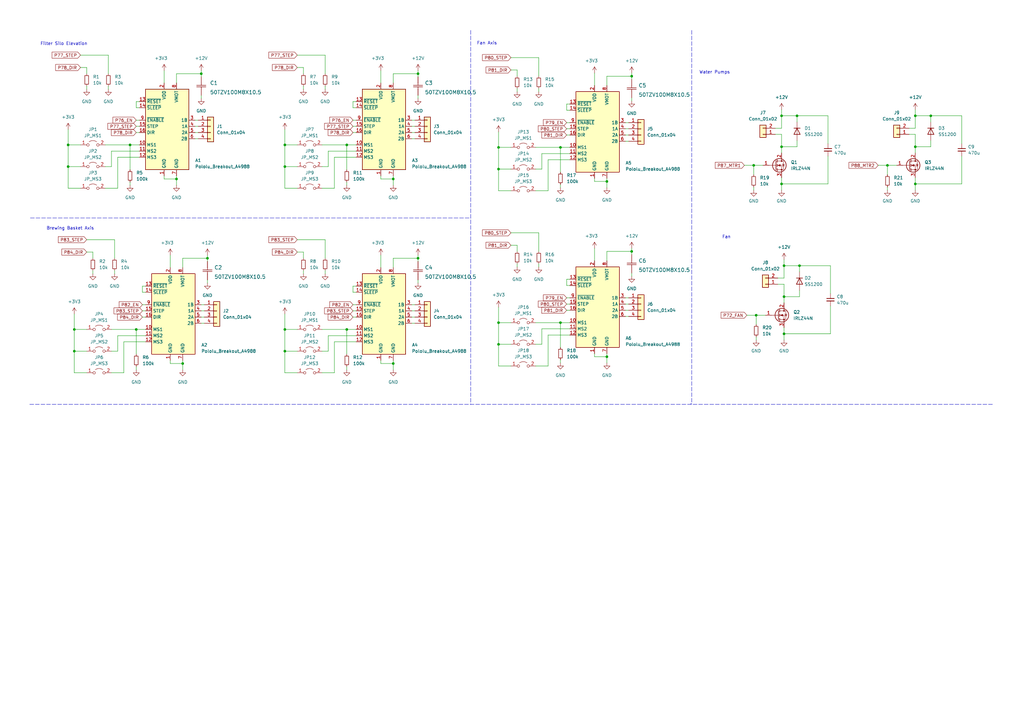
<source format=kicad_sch>
(kicad_sch (version 20211123) (generator eeschema)
  (paper "A3")
  (lib_symbols
    (symbol "2022-02-09_01-18-55:50TZV100M8X10.5" (pin_numbers hide) (pin_names (offset 1.651) hide)
      (property "Reference" "C" (at 3.81 3.81 0))
      (property "Value" "50TZV100M8X10.5" (at 3.81 -7.62 0))
      (symbol "50TZV100M8X10.5_1_1"
        (pin unspecified line (at 0 0 0) (length 2.54) (name "1") (number "1"))
        (pin unspecified line (at 7.62 0 180) (length 2.54) (name "2") (number "2"))
      )
    )
    (symbol "Connector_Generic:Conn_01x02" (pin_names (offset 1.016) hide)
      (property "Reference" "J" (at 0 2.54 0))
      (property "Value" "Conn_01x02" (at 0 -5.08 0))
      (symbol "Conn_01x02_1_1"
        (pin passive line (at -5.08 0 0) (length 3.81) (name "Pin_1") (number "1"))
        (pin passive line (at -5.08 -2.54 0) (length 3.81) (name "Pin_2") (number "2"))
      )
    )
    (symbol "Connector_Generic:Conn_01x04" (pin_names (offset 1.016) hide)
      (property "Reference" "J" (at 0 5.08 0))
      (property "Value" "Conn_01x04" (at 0 -7.62 0))
      (symbol "Conn_01x04_1_1"
        (pin passive line (at -5.08 2.54 0) (length 3.81) (name "Pin_1") (number "1"))
        (pin passive line (at -5.08 0 0) (length 3.81) (name "Pin_2") (number "2"))
        (pin passive line (at -5.08 -2.54 0) (length 3.81) (name "Pin_3") (number "3"))
        (pin passive line (at -5.08 -5.08 0) (length 3.81) (name "Pin_4") (number "4"))
      )
    )
    (symbol "Device:C_Small" (pin_numbers hide) (pin_names (offset 0.254) hide)
      (property "Reference" "C" (at 0.254 1.778 0))
      (property "Value" "C_Small" (at 0.254 -2.032 0))
      (symbol "C_Small_1_1"
        (pin passive line (at 0 2.54 270) (length 2.032) (name "~") (number "1"))
        (pin passive line (at 0 -2.54 90) (length 2.032) (name "~") (number "2"))
      )
    )
    (symbol "Device:R_Small" (pin_numbers hide) (pin_names (offset 0.254) hide)
      (property "Reference" "R" (at 0.762 0.508 0))
      (property "Value" "R_Small" (at 0.762 -1.016 0))
      (symbol "R_Small_1_1"
        (pin passive line (at 0 2.54 270) (length 0.762) (name "~") (number "1"))
        (pin passive line (at 0 -2.54 90) (length 0.762) (name "~") (number "2"))
      )
    )
    (symbol "Diode:1N4007" (pin_numbers hide) (pin_names (offset 1.016) hide)
      (property "Reference" "D" (at 0 2.54 0))
      (property "Value" "1N4007" (at 0 -2.54 0))
      (symbol "1N4007_1_1"
        (pin passive line (at -3.81 0 0) (length 2.54) (name "K") (number "1"))
        (pin passive line (at 3.81 0 180) (length 2.54) (name "A") (number "2"))
      )
    )
    (symbol "Driver_Motor:Pololu_Breakout_A4988"
      (property "Reference" "A" (at -2.54 19.05 0))
      (property "Value" "Pololu_Breakout_A4988" (at -2.54 16.51 0))
      (symbol "Pololu_Breakout_A4988_1_1"
        (pin power_in line (at 0 -20.32 90) (length 2.54) (name "GND") (number "1"))
        (pin input line (at -10.16 -7.62 0) (length 2.54) (name "MS1") (number "10"))
        (pin input line (at -10.16 -10.16 0) (length 2.54) (name "MS2") (number "11"))
        (pin input line (at -10.16 -12.7 0) (length 2.54) (name "MS3") (number "12"))
        (pin input line (at -10.16 10.16 0) (length 2.54) (name "~{RESET}") (number "13"))
        (pin input line (at -10.16 7.62 0) (length 2.54) (name "~{SLEEP}") (number "14"))
        (pin input line (at -10.16 0 0) (length 2.54) (name "STEP") (number "15"))
        (pin input line (at -10.16 -2.54 0) (length 2.54) (name "DIR") (number "16"))
        (pin power_in line (at 0 17.78 270) (length 2.54) (name "VDD") (number "2"))
        (pin output line (at 12.7 2.54 180) (length 2.54) (name "1B") (number "3"))
        (pin output line (at 12.7 0 180) (length 2.54) (name "1A") (number "4"))
        (pin output line (at 12.7 -2.54 180) (length 2.54) (name "2A") (number "5"))
        (pin output line (at 12.7 -5.08 180) (length 2.54) (name "2B") (number "6"))
        (pin power_in line (at 5.08 -20.32 90) (length 2.54) (name "GND") (number "7"))
        (pin power_in line (at 5.08 17.78 270) (length 2.54) (name "VMOT") (number "8"))
        (pin input line (at -10.16 2.54 0) (length 2.54) (name "~{ENABLE}") (number "9"))
      )
    )
    (symbol "Jumper:Jumper_2_Open" (pin_names (offset 0) hide)
      (property "Reference" "JP" (at 0 2.794 0))
      (property "Value" "Jumper_2_Open" (at 0 -2.286 0))
      (symbol "Jumper_2_Open_1_1"
        (pin passive line (at -5.08 0 0) (length 2.54) (name "A") (number "1"))
        (pin passive line (at 5.08 0 180) (length 2.54) (name "B") (number "2"))
      )
    )
    (symbol "Transistor_FET:IRLZ44N" (pin_names hide)
      (property "Reference" "Q" (at 6.35 1.905 0))
      (property "Value" "IRLZ44N" (at 6.35 0 0))
      (symbol "IRLZ44N_1_1"
        (pin input line (at -5.08 0 0) (length 2.54) (name "G") (number "1"))
        (pin passive line (at 2.54 5.08 270) (length 2.54) (name "D") (number "2"))
        (pin passive line (at 2.54 -5.08 90) (length 2.54) (name "S") (number "3"))
      )
    )
    (symbol "power:+12V" (power) (pin_names (offset 0))
      (property "Value" "+12V" (at 0 3.556 0))
      (symbol "+12V_1_1"
        (pin power_in line (at 0 0 90) (length 0) hide (name "+12V") (number "1"))
      )
    )
    (symbol "power:+3.3V" (power) (pin_names (offset 0))
      (property "Value" "+3.3V" (at 0 3.556 0))
      (symbol "+3.3V_1_1"
        (pin power_in line (at 0 0 90) (length 0) hide (name "+3V3") (number "1"))
      )
    )
    (symbol "power:GND" (power) (pin_names (offset 0))
      (property "Value" "GND" (at 0 -3.81 0))
      (symbol "GND_1_1"
        (pin power_in line (at 0 0 270) (length 0) hide (name "GND") (number "1"))
      )
    )
  )
  (junction (at 375.412 47.498))
  (junction (at 85.09 105.918))
  (junction (at 321.564 121.666))
  (junction (at 171.45 105.918))
  (junction (at 82.55 30.226))
  (junction (at 310.134 129.286))
  (junction (at 116.84 135.128))
  (junction (at 320.548 60.198))
  (junction (at 116.84 59.436))
  (junction (at 74.93 149.098))
  (junction (at 259.08 103.124))
  (junction (at 72.39 73.406))
  (junction (at 53.34 59.436))
  (junction (at 381.762 47.498))
  (junction (at 248.92 146.304))
  (junction (at 375.412 60.198))
  (junction (at 321.564 108.966))
  (junction (at 116.84 144.018))
  (junction (at 55.88 135.128))
  (junction (at 248.92 74.422))
  (junction (at 309.118 67.818))
  (junction (at 259.08 31.242))
  (junction (at 171.45 30.226))
  (junction (at 229.87 132.334))
  (junction (at 204.47 60.452))
  (junction (at 327.914 108.966))
  (junction (at 161.29 149.098))
  (junction (at 363.982 67.818))
  (junction (at 161.29 73.406))
  (junction (at 204.47 69.342))
  (junction (at 30.48 144.018))
  (junction (at 320.548 75.438))
  (junction (at 375.412 75.438))
  (junction (at 116.84 68.326))
  (junction (at 142.24 59.436))
  (junction (at 30.48 135.128))
  (junction (at 326.898 47.498))
  (junction (at 27.94 59.436))
  (junction (at 321.564 136.906))
  (junction (at 320.548 47.498))
  (junction (at 204.47 141.224))
  (junction (at 204.47 132.334))
  (junction (at 142.24 135.128))
  (junction (at 27.94 68.326))
  (junction (at 229.87 60.452))
  (wire (pts (xy 232.41 127.254) (xy 233.68 127.254)))
  (wire (pts (xy 80.01 56.896) (xy 81.28 56.896)))
  (wire (pts (xy 232.41 117.094) (xy 233.68 117.094)))
  (wire (pts (xy 168.91 130.048) (xy 170.18 130.048)))
  (wire (pts (xy 124.46 110.998) (xy 124.46 112.268)))
  (wire (pts (xy 220.98 23.622) (xy 220.98 31.242)))
  (wire (pts (xy 116.84 59.436) (xy 121.92 59.436)))
  (wire (pts (xy 375.412 60.198) (xy 375.412 62.738)))
  (wire (pts (xy 363.982 67.818) (xy 363.982 71.628)))
  (wire (pts (xy 72.39 73.406) (xy 72.39 75.946)))
  (wire (pts (xy 30.48 144.018) (xy 30.48 135.128)))
  (wire (pts (xy 204.47 132.334) (xy 209.55 132.334)))
  (wire (pts (xy 27.94 68.326) (xy 33.02 68.326)))
  (wire (pts (xy 339.598 58.928) (xy 339.598 47.498)))
  (wire (pts (xy 222.25 69.342) (xy 219.71 69.342)))
  (wire (pts (xy 204.47 60.452) (xy 204.47 54.102)))
  (wire (pts (xy 321.564 116.586) (xy 321.564 121.666)))
  (wire (pts (xy 372.872 55.118) (xy 375.412 55.118)))
  (wire (pts (xy 204.47 60.452) (xy 209.55 60.452)))
  (wire (pts (xy 209.55 95.504) (xy 220.98 95.504)))
  (wire (pts (xy 35.56 98.298) (xy 46.99 98.298)))
  (wire (pts (xy 58.42 117.348) (xy 58.42 119.888)))
  (wire (pts (xy 82.55 127.508) (xy 83.82 127.508)))
  (wire (pts (xy 229.87 132.334) (xy 233.68 132.334)))
  (wire (pts (xy 394.462 64.008) (xy 394.462 75.438)))
  (wire (pts (xy 53.34 59.436) (xy 57.15 59.436)))
  (wire (pts (xy 375.412 44.958) (xy 375.412 47.498)))
  (wire (pts (xy 121.92 103.378) (xy 124.46 103.378)))
  (wire (pts (xy 35.56 152.908) (xy 30.48 152.908)))
  (wire (pts (xy 232.41 55.372) (xy 233.68 55.372)))
  (wire (pts (xy 72.39 30.226) (xy 82.55 30.226)))
  (wire (pts (xy 27.94 59.436) (xy 27.94 53.086)))
  (polyline (pts (xy 283.21 165.608) (xy 283.718 165.608)))
  (wire (pts (xy 134.62 144.018) (xy 132.08 144.018)))
  (wire (pts (xy 243.84 29.972) (xy 243.84 35.052)))
  (wire (pts (xy 134.62 137.668) (xy 134.62 144.018)))
  (wire (pts (xy 121.92 98.298) (xy 133.35 98.298)))
  (wire (pts (xy 45.72 61.976) (xy 57.15 61.976)))
  (wire (pts (xy 219.71 132.334) (xy 229.87 132.334)))
  (wire (pts (xy 321.564 106.426) (xy 321.564 108.966)))
  (wire (pts (xy 394.462 75.438) (xy 375.412 75.438)))
  (polyline (pts (xy 12.192 165.862) (xy 407.416 165.862)))
  (wire (pts (xy 161.29 30.226) (xy 161.29 34.036)))
  (wire (pts (xy 27.94 59.436) (xy 33.02 59.436)))
  (wire (pts (xy 161.29 149.098) (xy 161.29 151.638)))
  (wire (pts (xy 310.134 129.286) (xy 310.134 133.096)))
  (wire (pts (xy 69.85 149.098) (xy 74.93 149.098)))
  (wire (pts (xy 326.898 50.038) (xy 326.898 47.498)))
  (wire (pts (xy 340.614 120.396) (xy 340.614 108.966)))
  (wire (pts (xy 35.56 103.378) (xy 38.1 103.378)))
  (wire (pts (xy 171.45 104.648) (xy 171.45 105.918)))
  (wire (pts (xy 363.982 76.708) (xy 363.982 77.978)))
  (wire (pts (xy 256.54 52.832) (xy 257.81 52.832)))
  (wire (pts (xy 321.564 136.906) (xy 321.564 139.446)))
  (wire (pts (xy 44.45 35.306) (xy 44.45 36.576)))
  (wire (pts (xy 318.008 52.578) (xy 320.548 52.578)))
  (wire (pts (xy 375.412 47.498) (xy 375.412 52.578)))
  (wire (pts (xy 319.024 114.046) (xy 321.564 114.046)))
  (wire (pts (xy 248.92 74.422) (xy 248.92 76.962)))
  (wire (pts (xy 156.21 104.648) (xy 156.21 109.728)))
  (wire (pts (xy 82.55 130.048) (xy 83.82 130.048)))
  (wire (pts (xy 168.91 127.508) (xy 170.18 127.508)))
  (wire (pts (xy 320.548 55.118) (xy 320.548 60.198)))
  (wire (pts (xy 375.412 75.438) (xy 375.412 77.978)))
  (wire (pts (xy 58.42 124.968) (xy 59.69 124.968)))
  (wire (pts (xy 133.35 110.998) (xy 133.35 112.268)))
  (wire (pts (xy 116.84 135.128) (xy 116.84 128.778)))
  (wire (pts (xy 156.21 149.098) (xy 161.29 149.098)))
  (wire (pts (xy 229.87 132.334) (xy 229.87 142.494)))
  (wire (pts (xy 121.92 22.606) (xy 133.35 22.606)))
  (wire (pts (xy 320.548 60.198) (xy 320.548 62.738)))
  (wire (pts (xy 171.45 114.808) (xy 171.45 116.078)))
  (wire (pts (xy 142.24 150.368) (xy 142.24 151.638)))
  (wire (pts (xy 116.84 152.908) (xy 116.84 144.018)))
  (wire (pts (xy 256.54 50.292) (xy 257.81 50.292)))
  (wire (pts (xy 55.88 41.656) (xy 55.88 44.196)))
  (wire (pts (xy 144.78 130.048) (xy 146.05 130.048)))
  (polyline (pts (xy 283.718 12.446) (xy 283.718 165.608)))
  (wire (pts (xy 121.92 27.686) (xy 124.46 27.686)))
  (wire (pts (xy 327.914 111.506) (xy 327.914 108.966)))
  (wire (pts (xy 310.134 129.286) (xy 313.944 129.286)))
  (wire (pts (xy 144.78 119.888) (xy 146.05 119.888)))
  (wire (pts (xy 259.08 101.854) (xy 259.08 103.124)))
  (wire (pts (xy 327.914 108.966) (xy 340.614 108.966)))
  (wire (pts (xy 132.08 152.908) (xy 137.16 152.908)))
  (wire (pts (xy 171.45 105.918) (xy 171.45 107.188)))
  (wire (pts (xy 116.84 59.436) (xy 116.84 53.086)))
  (wire (pts (xy 121.92 77.216) (xy 116.84 77.216)))
  (wire (pts (xy 243.84 73.152) (xy 243.84 74.422)))
  (wire (pts (xy 38.1 103.378) (xy 38.1 105.918)))
  (wire (pts (xy 50.8 140.208) (xy 50.8 152.908)))
  (wire (pts (xy 43.18 77.216) (xy 48.26 77.216)))
  (wire (pts (xy 58.42 127.508) (xy 59.69 127.508)))
  (wire (pts (xy 256.54 124.714) (xy 257.81 124.714)))
  (wire (pts (xy 85.09 104.648) (xy 85.09 105.918)))
  (wire (pts (xy 212.09 100.584) (xy 212.09 103.124)))
  (wire (pts (xy 161.29 30.226) (xy 171.45 30.226)))
  (wire (pts (xy 326.898 47.498) (xy 339.598 47.498)))
  (wire (pts (xy 144.78 127.508) (xy 146.05 127.508)))
  (wire (pts (xy 116.84 135.128) (xy 121.92 135.128)))
  (wire (pts (xy 80.01 51.816) (xy 81.28 51.816)))
  (wire (pts (xy 69.85 104.648) (xy 69.85 109.728)))
  (wire (pts (xy 55.88 135.128) (xy 55.88 145.288)))
  (wire (pts (xy 229.87 75.692) (xy 229.87 76.962)))
  (wire (pts (xy 224.79 65.532) (xy 233.68 65.532)))
  (wire (pts (xy 256.54 122.174) (xy 257.81 122.174)))
  (wire (pts (xy 204.47 69.342) (xy 209.55 69.342)))
  (wire (pts (xy 204.47 141.224) (xy 209.55 141.224)))
  (wire (pts (xy 144.78 51.816) (xy 146.05 51.816)))
  (wire (pts (xy 85.09 114.808) (xy 85.09 116.078)))
  (wire (pts (xy 72.39 72.136) (xy 72.39 73.406)))
  (wire (pts (xy 132.08 59.436) (xy 142.24 59.436)))
  (wire (pts (xy 381.762 60.198) (xy 375.412 60.198)))
  (wire (pts (xy 222.25 134.874) (xy 233.68 134.874)))
  (wire (pts (xy 310.134 138.176) (xy 310.134 139.446)))
  (wire (pts (xy 204.47 150.114) (xy 204.47 141.224)))
  (wire (pts (xy 256.54 55.372) (xy 257.81 55.372)))
  (wire (pts (xy 38.1 110.998) (xy 38.1 112.268)))
  (wire (pts (xy 256.54 57.912) (xy 257.81 57.912)))
  (wire (pts (xy 124.46 27.686) (xy 124.46 30.226)))
  (wire (pts (xy 321.564 108.966) (xy 321.564 114.046)))
  (wire (pts (xy 161.29 105.918) (xy 171.45 105.918)))
  (wire (pts (xy 168.91 51.816) (xy 170.18 51.816)))
  (wire (pts (xy 224.79 137.414) (xy 224.79 150.114)))
  (wire (pts (xy 243.84 146.304) (xy 248.92 146.304)))
  (wire (pts (xy 74.93 105.918) (xy 85.09 105.918)))
  (wire (pts (xy 48.26 144.018) (xy 45.72 144.018)))
  (wire (pts (xy 339.598 64.008) (xy 339.598 75.438)))
  (wire (pts (xy 209.55 28.702) (xy 212.09 28.702)))
  (wire (pts (xy 232.41 42.672) (xy 232.41 45.212)))
  (wire (pts (xy 161.29 147.828) (xy 161.29 149.098)))
  (wire (pts (xy 116.84 144.018) (xy 121.92 144.018)))
  (wire (pts (xy 320.548 75.438) (xy 320.548 77.978)))
  (wire (pts (xy 381.762 50.038) (xy 381.762 47.498)))
  (wire (pts (xy 27.94 68.326) (xy 27.94 59.436)))
  (wire (pts (xy 134.62 68.326) (xy 132.08 68.326)))
  (wire (pts (xy 243.84 145.034) (xy 243.84 146.304)))
  (wire (pts (xy 204.47 69.342) (xy 204.47 60.452)))
  (wire (pts (xy 142.24 135.128) (xy 146.05 135.128)))
  (wire (pts (xy 259.08 40.132) (xy 259.08 41.402)))
  (wire (pts (xy 116.84 68.326) (xy 121.92 68.326)))
  (wire (pts (xy 30.48 144.018) (xy 35.56 144.018)))
  (wire (pts (xy 222.25 134.874) (xy 222.25 141.224)))
  (wire (pts (xy 132.08 77.216) (xy 137.16 77.216)))
  (wire (pts (xy 134.62 137.668) (xy 146.05 137.668)))
  (wire (pts (xy 219.71 150.114) (xy 224.79 150.114)))
  (wire (pts (xy 132.08 135.128) (xy 142.24 135.128)))
  (wire (pts (xy 326.898 60.198) (xy 320.548 60.198)))
  (wire (pts (xy 55.88 150.368) (xy 55.88 151.638)))
  (wire (pts (xy 46.99 110.998) (xy 46.99 112.268)))
  (wire (pts (xy 248.92 145.034) (xy 248.92 146.304)))
  (wire (pts (xy 48.26 64.516) (xy 48.26 77.216)))
  (wire (pts (xy 67.31 73.406) (xy 72.39 73.406)))
  (wire (pts (xy 137.16 64.516) (xy 137.16 77.216)))
  (wire (pts (xy 55.88 51.816) (xy 57.15 51.816)))
  (wire (pts (xy 55.88 54.356) (xy 57.15 54.356)))
  (wire (pts (xy 309.118 67.818) (xy 312.928 67.818)))
  (wire (pts (xy 171.45 39.116) (xy 171.45 40.386)))
  (wire (pts (xy 116.84 77.216) (xy 116.84 68.326)))
  (wire (pts (xy 381.762 47.498) (xy 394.462 47.498)))
  (wire (pts (xy 124.46 35.306) (xy 124.46 36.576)))
  (wire (pts (xy 248.92 31.242) (xy 248.92 35.052)))
  (wire (pts (xy 327.914 121.666) (xy 321.564 121.666)))
  (wire (pts (xy 224.79 65.532) (xy 224.79 78.232)))
  (wire (pts (xy 57.15 41.656) (xy 55.88 41.656)))
  (wire (pts (xy 30.48 135.128) (xy 35.56 135.128)))
  (wire (pts (xy 58.42 119.888) (xy 59.69 119.888)))
  (wire (pts (xy 67.31 72.136) (xy 67.31 73.406)))
  (wire (pts (xy 209.55 150.114) (xy 204.47 150.114)))
  (wire (pts (xy 156.21 73.406) (xy 161.29 73.406)))
  (wire (pts (xy 144.78 117.348) (xy 144.78 119.888)))
  (wire (pts (xy 360.172 67.818) (xy 363.982 67.818)))
  (wire (pts (xy 248.92 31.242) (xy 259.08 31.242)))
  (wire (pts (xy 222.25 62.992) (xy 222.25 69.342)))
  (wire (pts (xy 142.24 74.676) (xy 142.24 75.946)))
  (wire (pts (xy 204.47 141.224) (xy 204.47 132.334)))
  (wire (pts (xy 327.914 119.126) (xy 327.914 121.666)))
  (wire (pts (xy 209.55 23.622) (xy 220.98 23.622)))
  (wire (pts (xy 171.45 28.956) (xy 171.45 30.226)))
  (wire (pts (xy 229.87 60.452) (xy 233.68 60.452)))
  (wire (pts (xy 45.72 61.976) (xy 45.72 68.326)))
  (wire (pts (xy 248.92 103.124) (xy 259.08 103.124)))
  (wire (pts (xy 243.84 101.854) (xy 243.84 106.934)))
  (wire (pts (xy 168.91 56.896) (xy 170.18 56.896)))
  (wire (pts (xy 319.024 116.586) (xy 321.564 116.586)))
  (wire (pts (xy 58.42 130.048) (xy 59.69 130.048)))
  (wire (pts (xy 59.69 117.348) (xy 58.42 117.348)))
  (wire (pts (xy 233.68 42.672) (xy 232.41 42.672)))
  (wire (pts (xy 375.412 55.118) (xy 375.412 60.198)))
  (wire (pts (xy 142.24 135.128) (xy 142.24 145.288)))
  (wire (pts (xy 224.79 137.414) (xy 233.68 137.414)))
  (wire (pts (xy 45.72 68.326) (xy 43.18 68.326)))
  (polyline (pts (xy 12.446 89.408) (xy 193.04 89.408)))
  (wire (pts (xy 309.118 67.818) (xy 309.118 71.628)))
  (wire (pts (xy 74.93 149.098) (xy 74.93 151.638)))
  (wire (pts (xy 256.54 129.794) (xy 257.81 129.794)))
  (wire (pts (xy 229.87 60.452) (xy 229.87 70.612)))
  (wire (pts (xy 134.62 61.976) (xy 146.05 61.976)))
  (wire (pts (xy 80.01 49.276) (xy 81.28 49.276)))
  (wire (pts (xy 305.308 67.818) (xy 309.118 67.818)))
  (wire (pts (xy 204.47 132.334) (xy 204.47 125.984)))
  (wire (pts (xy 259.08 29.972) (xy 259.08 31.242)))
  (wire (pts (xy 309.118 76.708) (xy 309.118 77.978)))
  (wire (pts (xy 53.34 59.436) (xy 53.34 69.596)))
  (wire (pts (xy 232.41 45.212) (xy 233.68 45.212)))
  (wire (pts (xy 53.34 74.676) (xy 53.34 75.946)))
  (wire (pts (xy 33.02 22.606) (xy 44.45 22.606)))
  (wire (pts (xy 35.56 35.306) (xy 35.56 36.576)))
  (wire (pts (xy 321.564 108.966) (xy 327.914 108.966)))
  (wire (pts (xy 55.88 44.196) (xy 57.15 44.196)))
  (wire (pts (xy 375.412 47.498) (xy 381.762 47.498)))
  (wire (pts (xy 220.98 108.204) (xy 220.98 109.474)))
  (wire (pts (xy 67.31 28.956) (xy 67.31 34.036)))
  (wire (pts (xy 161.29 72.136) (xy 161.29 73.406)))
  (wire (pts (xy 212.09 28.702) (xy 212.09 31.242)))
  (wire (pts (xy 161.29 73.406) (xy 161.29 75.946)))
  (wire (pts (xy 144.78 44.196) (xy 146.05 44.196)))
  (wire (pts (xy 116.84 68.326) (xy 116.84 59.436)))
  (wire (pts (xy 55.88 49.276) (xy 57.15 49.276)))
  (wire (pts (xy 48.26 64.516) (xy 57.15 64.516)))
  (wire (pts (xy 363.982 67.818) (xy 367.792 67.818)))
  (wire (pts (xy 259.08 31.242) (xy 259.08 32.512)))
  (wire (pts (xy 33.02 77.216) (xy 27.94 77.216)))
  (wire (pts (xy 222.25 62.992) (xy 233.68 62.992)))
  (wire (pts (xy 48.26 137.668) (xy 59.69 137.668)))
  (wire (pts (xy 171.45 30.226) (xy 171.45 31.496)))
  (wire (pts (xy 232.41 50.292) (xy 233.68 50.292)))
  (wire (pts (xy 248.92 73.152) (xy 248.92 74.422)))
  (wire (pts (xy 209.55 100.584) (xy 212.09 100.584)))
  (wire (pts (xy 339.598 75.438) (xy 320.548 75.438)))
  (wire (pts (xy 85.09 105.918) (xy 85.09 107.188)))
  (wire (pts (xy 204.47 78.232) (xy 204.47 69.342)))
  (wire (pts (xy 168.91 124.968) (xy 170.18 124.968)))
  (wire (pts (xy 219.71 60.452) (xy 229.87 60.452)))
  (wire (pts (xy 82.55 132.588) (xy 83.82 132.588)))
  (wire (pts (xy 222.25 141.224) (xy 219.71 141.224)))
  (wire (pts (xy 219.71 78.232) (xy 224.79 78.232)))
  (wire (pts (xy 259.08 103.124) (xy 259.08 104.394)))
  (wire (pts (xy 321.564 134.366) (xy 321.564 136.906)))
  (wire (pts (xy 220.98 95.504) (xy 220.98 103.124)))
  (wire (pts (xy 137.16 140.208) (xy 137.16 152.908)))
  (wire (pts (xy 134.62 61.976) (xy 134.62 68.326)))
  (wire (pts (xy 74.93 105.918) (xy 74.93 109.728)))
  (wire (pts (xy 121.92 152.908) (xy 116.84 152.908)))
  (wire (pts (xy 55.88 135.128) (xy 59.69 135.128)))
  (wire (pts (xy 156.21 147.828) (xy 156.21 149.098)))
  (wire (pts (xy 156.21 28.956) (xy 156.21 34.036)))
  (wire (pts (xy 133.35 98.298) (xy 133.35 105.918)))
  (wire (pts (xy 44.45 22.606) (xy 44.45 30.226)))
  (wire (pts (xy 381.762 57.658) (xy 381.762 60.198)))
  (wire (pts (xy 82.55 39.116) (xy 82.55 40.386)))
  (wire (pts (xy 233.68 114.554) (xy 232.41 114.554)))
  (wire (pts (xy 232.41 114.554) (xy 232.41 117.094)))
  (wire (pts (xy 43.18 59.436) (xy 53.34 59.436)))
  (wire (pts (xy 209.55 78.232) (xy 204.47 78.232)))
  (wire (pts (xy 30.48 135.128) (xy 30.48 128.778)))
  (wire (pts (xy 142.24 59.436) (xy 146.05 59.436)))
  (wire (pts (xy 82.55 28.956) (xy 82.55 30.226)))
  (wire (pts (xy 46.99 98.298) (xy 46.99 105.918)))
  (wire (pts (xy 45.72 152.908) (xy 50.8 152.908)))
  (wire (pts (xy 320.548 72.898) (xy 320.548 75.438)))
  (wire (pts (xy 326.898 57.658) (xy 326.898 60.198)))
  (wire (pts (xy 220.98 36.322) (xy 220.98 37.592)))
  (wire (pts (xy 232.41 124.714) (xy 233.68 124.714)))
  (wire (pts (xy 82.55 30.226) (xy 82.55 31.496)))
  (wire (pts (xy 80.01 54.356) (xy 81.28 54.356)))
  (wire (pts (xy 27.94 77.216) (xy 27.94 68.326)))
  (wire (pts (xy 72.39 30.226) (xy 72.39 34.036)))
  (wire (pts (xy 133.35 22.606) (xy 133.35 30.226)))
  (wire (pts (xy 212.09 108.204) (xy 212.09 109.474)))
  (polyline (pts (xy 193.04 12.446) (xy 193.04 165.862)))
  (wire (pts (xy 212.09 36.322) (xy 212.09 37.592)))
  (wire (pts (xy 50.8 140.208) (xy 59.69 140.208)))
  (wire (pts (xy 35.56 27.686) (xy 35.56 30.226)))
  (wire (pts (xy 256.54 127.254) (xy 257.81 127.254)))
  (wire (pts (xy 232.41 52.832) (xy 233.68 52.832)))
  (wire (pts (xy 248.92 146.304) (xy 248.92 148.844)))
  (wire (pts (xy 144.78 54.356) (xy 146.05 54.356)))
  (wire (pts (xy 375.412 72.898) (xy 375.412 75.438)))
  (wire (pts (xy 229.87 147.574) (xy 229.87 148.844)))
  (wire (pts (xy 306.324 129.286) (xy 310.134 129.286)))
  (wire (pts (xy 243.84 74.422) (xy 248.92 74.422)))
  (wire (pts (xy 318.008 55.118) (xy 320.548 55.118)))
  (wire (pts (xy 116.84 144.018) (xy 116.84 135.128)))
  (wire (pts (xy 133.35 35.306) (xy 133.35 36.576)))
  (wire (pts (xy 232.41 122.174) (xy 233.68 122.174)))
  (wire (pts (xy 144.78 124.968) (xy 146.05 124.968)))
  (wire (pts (xy 45.72 135.128) (xy 55.88 135.128)))
  (wire (pts (xy 144.78 49.276) (xy 146.05 49.276)))
  (wire (pts (xy 320.548 44.958) (xy 320.548 47.498)))
  (wire (pts (xy 340.614 125.476) (xy 340.614 136.906)))
  (wire (pts (xy 321.564 121.666) (xy 321.564 124.206)))
  (wire (pts (xy 137.16 140.208) (xy 146.05 140.208)))
  (wire (pts (xy 124.46 103.378) (xy 124.46 105.918)))
  (wire (pts (xy 372.872 52.578) (xy 375.412 52.578)))
  (wire (pts (xy 248.92 103.124) (xy 248.92 106.934)))
  (wire (pts (xy 259.08 112.014) (xy 259.08 113.284)))
  (wire (pts (xy 168.91 54.356) (xy 170.18 54.356)))
  (wire (pts (xy 137.16 64.516) (xy 146.05 64.516)))
  (wire (pts (xy 156.21 72.136) (xy 156.21 73.406)))
  (wire (pts (xy 146.05 41.656) (xy 144.78 41.656)))
  (wire (pts (xy 146.05 117.348) (xy 144.78 117.348)))
  (wire (pts (xy 168.91 49.276) (xy 170.18 49.276)))
  (wire (pts (xy 144.78 41.656) (xy 144.78 44.196)))
  (wire (pts (xy 69.85 147.828) (xy 69.85 149.098)))
  (wire (pts (xy 82.55 124.968) (xy 83.82 124.968)))
  (wire (pts (xy 33.02 27.686) (xy 35.56 27.686)))
  (wire (pts (xy 161.29 105.918) (xy 161.29 109.728)))
  (wire (pts (xy 74.93 147.828) (xy 74.93 149.098)))
  (wire (pts (xy 320.548 47.498) (xy 326.898 47.498)))
  (wire (pts (xy 340.614 136.906) (xy 321.564 136.906)))
  (wire (pts (xy 142.24 59.436) (xy 142.24 69.596)))
  (wire (pts (xy 394.462 58.928) (xy 394.462 47.498)))
  (wire (pts (xy 320.548 47.498) (xy 320.548 52.578)))
  (wire (pts (xy 168.91 132.588) (xy 170.18 132.588)))
  (wire (pts (xy 48.26 137.668) (xy 48.26 144.018)))
  (wire (pts (xy 30.48 152.908) (xy 30.48 144.018)))
  (text "Filter Silo Elevation" (at 16.51 18.796 0) (effects (font (size 1.27 1.27)) (justify left bottom)))
  (text "Water Pumps" (at 286.766 30.48 0) (effects (font (size 1.27 1.27)) (justify left bottom)))
  (text "Fan" (at 296.164 98.044 0) (effects (font (size 1.27 1.27)) (justify left bottom)))
  (text "Brewing Basket Axis" (at 19.05 94.488 0) (effects (font (size 1.27 1.27)) (justify left bottom)))
  (text "Fan Axis" (at 195.58 18.542 0) (effects (font (size 1.27 1.27)) (justify left bottom)))
  (global_label "P80_STEP" (shape input) (at 209.55 95.504 180) (property "Intersheet References" "${INTERSHEET_REFS}" (effects hide)))
  (global_label "P78_DIR" (shape input) (at 33.02 27.686 180) (property "Intersheet References" "${INTERSHEET_REFS}" (effects hide)))
  (global_label "P82_EN" (shape input) (at 58.42 124.968 180) (property "Intersheet References" "${INTERSHEET_REFS}" (effects hide)))
  (global_label "P84_DIR" (shape input) (at 35.56 103.378 180) (property "Intersheet References" "${INTERSHEET_REFS}" (effects hide)))
  (global_label "P81_DIR" (shape input) (at 209.55 28.702 180) (property "Intersheet References" "${INTERSHEET_REFS}" (effects hide)))
  (global_label "P84_DIR" (shape input) (at 58.42 130.048 180) (property "Intersheet References" "${INTERSHEET_REFS}" (effects hide)))
  (global_label "P77_STEP" (shape input) (at 33.02 22.606 180) (property "Intersheet References" "${INTERSHEET_REFS}" (effects hide)))
  (global_label "P83_STEP" (shape input) (at 58.42 127.508 180) (property "Intersheet References" "${INTERSHEET_REFS}" (effects hide)))
  (global_label "P82_EN" (shape input) (at 144.78 124.968 180) (property "Intersheet References" "${INTERSHEET_REFS}" (effects hide)))
  (global_label "P81_DIR" (shape input) (at 209.55 100.584 180) (property "Intersheet References" "${INTERSHEET_REFS}" (effects hide)))
  (global_label "P88_MTR2" (shape input) (at 360.172 67.818 180) (property "Intersheet References" "${INTERSHEET_REFS}" (effects hide)))
  (global_label "P81_DIR" (shape input) (at 232.41 55.372 180) (property "Intersheet References" "${INTERSHEET_REFS}" (effects hide)))
  (global_label "P72_FAN" (shape input) (at 306.324 129.286 180) (property "Intersheet References" "${INTERSHEET_REFS}" (effects hide)))
  (global_label "P87_MTR1" (shape input) (at 305.308 67.818 180) (property "Intersheet References" "${INTERSHEET_REFS}" (effects hide)))
  (global_label "P76_EN" (shape input) (at 144.78 49.276 180) (property "Intersheet References" "${INTERSHEET_REFS}" (effects hide)))
  (global_label "P80_STEP" (shape input) (at 209.55 23.622 180) (property "Intersheet References" "${INTERSHEET_REFS}" (effects hide)))
  (global_label "P79_EN" (shape input) (at 232.41 50.292 180) (property "Intersheet References" "${INTERSHEET_REFS}" (effects hide)))
  (global_label "P83_STEP" (shape input) (at 35.56 98.298 180) (property "Intersheet References" "${INTERSHEET_REFS}" (effects hide)))
  (global_label "P80_STEP" (shape input) (at 232.41 124.714 180) (property "Intersheet References" "${INTERSHEET_REFS}" (effects hide)))
  (global_label "P81_DIR" (shape input) (at 232.41 127.254 180) (property "Intersheet References" "${INTERSHEET_REFS}" (effects hide)))
  (global_label "P78_DIR" (shape input) (at 55.88 54.356 180) (property "Intersheet References" "${INTERSHEET_REFS}" (effects hide)))
  (global_label "P77_STEP" (shape input) (at 55.88 51.816 180) (property "Intersheet References" "${INTERSHEET_REFS}" (effects hide)))
  (global_label "P80_STEP" (shape input) (at 232.41 52.832 180) (property "Intersheet References" "${INTERSHEET_REFS}" (effects hide)))
  (global_label "P76_EN" (shape input) (at 55.88 49.276 180) (property "Intersheet References" "${INTERSHEET_REFS}" (effects hide)))
  (global_label "P79_EN" (shape input) (at 232.41 122.174 180) (property "Intersheet References" "${INTERSHEET_REFS}" (effects hide)))
  (global_label "P84_DIR" (shape input) (at 121.92 103.378 180) (property "Intersheet References" "${INTERSHEET_REFS}" (effects hide)))
  (global_label "P78_DIR" (shape input) (at 144.78 54.356 180) (property "Intersheet References" "${INTERSHEET_REFS}" (effects hide)))
  (global_label "P77_STEP" (shape input) (at 121.92 22.606 180) (property "Intersheet References" "${INTERSHEET_REFS}" (effects hide)))
  (global_label "P83_STEP" (shape input) (at 121.92 98.298 180) (property "Intersheet References" "${INTERSHEET_REFS}" (effects hide)))
  (global_label "P84_DIR" (shape input) (at 144.78 130.048 180) (property "Intersheet References" "${INTERSHEET_REFS}" (effects hide)))
  (global_label "P83_STEP" (shape input) (at 144.78 127.508 180) (property "Intersheet References" "${INTERSHEET_REFS}" (effects hide)))
  (global_label "P77_STEP" (shape input) (at 144.78 51.816 180) (property "Intersheet References" "${INTERSHEET_REFS}" (effects hide)))
  (global_label "P78_DIR" (shape input) (at 121.92 27.686 180) (property "Intersheet References" "${INTERSHEET_REFS}" (effects hide)))
  (symbol (lib_id "Driver_Motor:Pololu_Breakout_A4988") (at 69.85 127.508 0) (unit 1)
    (property "Reference" "A2" (at 82.55 141.478 0) (effects (justify left)))
    (property "Value" "Pololu_Breakout_A4988" (at 82.55 144.018 0) (effects (justify left)))
    (property "Footprint" "Module:Pololu_Breakout-16_15.2x20.3mm" (effects hide))
    (property "Datasheet" "https://www.pololu.com/product/2980/pictures" (effects hide))
  )
  (symbol (lib_id "power:+12V") (at 171.45 28.956 0) (unit 1)
    (property "Reference" "#PWR0101" (effects hide))
    (property "Value" "+12V" (at 171.45 23.876 0))
  )
  (symbol (lib_id "Device:R_Small") (at 46.99 108.458 0) (unit 1)
    (property "Reference" "R4" (at 49.53 107.1879 0) (effects (justify left)))
    (property "Value" "10k" (at 49.53 109.7279 0) (effects (justify left)))
    (property "Footprint" "Resistor_SMD:R_0805_2012Metric" (effects hide))
  )
  (symbol (lib_id "power:+3.3V") (at 156.21 28.956 0) (unit 1)
    (property "Reference" "#PWR0103" (effects hide))
    (property "Value" "+3.3V" (at 154.94 23.876 0))
  )
  (symbol (lib_id "power:GND") (at 133.35 112.268 0) (unit 1)
    (property "Reference" "#PWR0115" (effects hide))
    (property "Value" "GND" (at 133.35 117.348 0))
  )
  (symbol (lib_id "Connector_Generic:Conn_01x02") (at 312.928 55.118 180) (unit 1)
    (property "Reference" "J7" (at 312.928 46.228 0))
    (property "Value" "Conn_01x02" (at 312.928 48.768 0))
    (property "Footprint" "Connector_PinSocket_2.54mm:PinSocket_1x02_P2.54mm_Vertical" (effects hide))
  )
  (symbol (lib_id "Device:C_Small") (at 394.462 61.468 0) (unit 1)
    (property "Reference" "C9" (at 397.002 60.2042 0) (effects (justify left)))
    (property "Value" "470u" (at 397.002 62.7442 0) (effects (justify left)))
    (property "Footprint" "Capacitor_THT:C_Radial_D12.5mm_H20.0mm_P5.00mm" (effects hide))
  )
  (symbol (lib_id "power:+12V") (at 171.45 104.648 0) (unit 1)
    (property "Reference" "#PWR0102" (effects hide))
    (property "Value" "+12V" (at 171.45 99.568 0))
  )
  (symbol (lib_id "Diode:1N4007") (at 381.762 53.848 270) (unit 1)
    (property "Reference" "D3" (at 384.81 52.5779 90) (effects (justify left)))
    (property "Value" "SS1200" (at 384.81 55.1179 90) (effects (justify left)))
    (property "Footprint" "Diode_SMD:D_SMA" (effects hide))
    (property "Datasheet" "http://www.vishay.com/docs/88503/1n4001.pdf" (effects hide))
  )
  (symbol (lib_id "Driver_Motor:Pololu_Breakout_A4988") (at 156.21 127.508 0) (unit 1)
    (property "Reference" "A4" (at 168.91 141.478 0) (effects (justify left)))
    (property "Value" "Pololu_Breakout_A4988" (at 168.91 144.018 0) (effects (justify left)))
    (property "Footprint" "Module:Pololu_Breakout-16_15.2x20.3mm" (effects hide))
    (property "Datasheet" "https://www.pololu.com/product/2980/pictures" (effects hide))
  )
  (symbol (lib_id "power:GND") (at 171.45 40.386 0) (unit 1)
    (property "Reference" "#PWR0105" (effects hide))
    (property "Value" "GND" (at 171.45 45.466 0))
  )
  (symbol (lib_id "Device:R_Small") (at 220.98 105.664 0) (unit 1)
    (property "Reference" "R16" (at 223.52 104.3939 0) (effects (justify left)))
    (property "Value" "10k" (at 223.52 106.9339 0) (effects (justify left)))
    (property "Footprint" "Resistor_SMD:R_0805_2012Metric" (effects hide))
  )
  (symbol (lib_id "power:GND") (at 309.118 77.978 0) (unit 1)
    (property "Reference" "#PWR0150" (effects hide))
    (property "Value" "GND" (at 309.118 82.423 0))
  )
  (symbol (lib_id "Device:R_Small") (at 363.982 74.168 0) (unit 1)
    (property "Reference" "R21" (at 366.522 72.8979 0) (effects (justify left)))
    (property "Value" "10k" (at 366.522 75.4379 0) (effects (justify left)))
    (property "Footprint" "Resistor_SMD:R_0805_2012Metric" (effects hide))
  )
  (symbol (lib_id "2022-02-09_01-18-55:50TZV100M8X10.5") (at 171.45 39.116 90) (unit 1)
    (property "Reference" "C3" (at 174.244 34.036 90) (effects (font (size 1.524 1.524)) (justify right)))
    (property "Value" "50TZV100M8X10.5" (at 174.244 37.846 90) (effects (font (size 1.524 1.524)) (justify right)))
    (property "Footprint" "50TZV100M8X10:50TZV100M8X10.5" (effects hide))
  )
  (symbol (lib_id "Device:R_Small") (at 53.34 72.136 180) (unit 1)
    (property "Reference" "R5" (at 55.88 70.8659 0) (effects (justify right)))
    (property "Value" "100k" (at 55.88 73.4059 0) (effects (justify right)))
    (property "Footprint" "Resistor_SMD:R_0805_2012Metric" (effects hide))
  )
  (symbol (lib_id "Jumper:Jumper_2_Open") (at 127 77.216 0) (unit 1)
    (property "Reference" "JP9" (at 127 70.866 0))
    (property "Value" "JP_MS3" (at 127 73.406 0))
    (property "Footprint" "Jumper:SolderJumper-2_P1.3mm_Open_RoundedPad1.0x1.5mm" (effects hide))
  )
  (symbol (lib_id "Connector_Generic:Conn_01x04") (at 175.26 51.816 0) (unit 1)
    (property "Reference" "J3" (at 177.8 51.8159 0) (effects (justify left)))
    (property "Value" "Conn_01x04" (at 177.8 54.3559 0) (effects (justify left)))
    (property "Footprint" "Connector_PinHeader_2.54mm:PinHeader_1x04_P2.54mm_Vertical" (effects hide))
  )
  (symbol (lib_id "power:GND") (at 229.87 76.962 0) (unit 1)
    (property "Reference" "#PWR0136" (effects hide))
    (property "Value" "GND" (at 229.87 82.042 0))
  )
  (symbol (lib_id "Jumper:Jumper_2_Open") (at 38.1 59.436 0) (unit 1)
    (property "Reference" "JP1" (at 38.1 53.086 0))
    (property "Value" "JP_MS1" (at 38.1 55.626 0))
    (property "Footprint" "Jumper:SolderJumper-2_P1.3mm_Open_RoundedPad1.0x1.5mm" (effects hide))
  )
  (symbol (lib_id "Jumper:Jumper_2_Open") (at 127 59.436 0) (unit 1)
    (property "Reference" "JP7" (at 127 53.086 0))
    (property "Value" "JP_MS1" (at 127 55.626 0))
    (property "Footprint" "Jumper:SolderJumper-2_P1.3mm_Open_RoundedPad1.0x1.5mm" (effects hide))
  )
  (symbol (lib_id "Device:R_Small") (at 133.35 32.766 0) (unit 1)
    (property "Reference" "R9" (at 135.89 31.4959 0) (effects (justify left)))
    (property "Value" "10k" (at 135.89 34.0359 0) (effects (justify left)))
    (property "Footprint" "Resistor_SMD:R_0805_2012Metric" (effects hide))
  )
  (symbol (lib_id "Jumper:Jumper_2_Open") (at 214.63 150.114 0) (unit 1)
    (property "Reference" "JP18" (at 214.63 143.764 0))
    (property "Value" "JP_MS3" (at 214.63 146.304 0))
    (property "Footprint" "Jumper:SolderJumper-2_P1.3mm_Open_RoundedPad1.0x1.5mm" (effects hide))
  )
  (symbol (lib_id "Jumper:Jumper_2_Open") (at 127 135.128 0) (unit 1)
    (property "Reference" "JP10" (at 127 128.778 0))
    (property "Value" "JP_MS1" (at 127 131.318 0))
    (property "Footprint" "Jumper:SolderJumper-2_P1.3mm_Open_RoundedPad1.0x1.5mm" (effects hide))
  )
  (symbol (lib_id "Jumper:Jumper_2_Open") (at 214.63 78.232 0) (unit 1)
    (property "Reference" "JP15" (at 214.63 71.882 0))
    (property "Value" "JP_MS3" (at 214.63 74.422 0))
    (property "Footprint" "Jumper:SolderJumper-2_P1.3mm_Open_RoundedPad1.0x1.5mm" (effects hide))
  )
  (symbol (lib_id "Driver_Motor:Pololu_Breakout_A4988") (at 243.84 52.832 0) (unit 1)
    (property "Reference" "A5" (at 256.54 66.802 0) (effects (justify left)))
    (property "Value" "Pololu_Breakout_A4988" (at 256.54 69.342 0) (effects (justify left)))
    (property "Footprint" "Module:Pololu_Breakout-16_15.2x20.3mm" (effects hide))
    (property "Datasheet" "https://www.pololu.com/product/2980/pictures" (effects hide))
  )
  (symbol (lib_id "Jumper:Jumper_2_Open") (at 38.1 77.216 0) (unit 1)
    (property "Reference" "JP3" (at 38.1 70.866 0))
    (property "Value" "JP_MS3" (at 38.1 73.406 0))
    (property "Footprint" "Jumper:SolderJumper-2_P1.3mm_Open_RoundedPad1.0x1.5mm" (effects hide))
  )
  (symbol (lib_id "Device:R_Small") (at 212.09 105.664 0) (unit 1)
    (property "Reference" "R14" (at 214.63 104.3939 0) (effects (justify left)))
    (property "Value" "10k" (at 214.63 106.9339 0) (effects (justify left)))
    (property "Footprint" "Resistor_SMD:R_0805_2012Metric" (effects hide))
  )
  (symbol (lib_id "2022-02-09_01-18-55:50TZV100M8X10.5") (at 85.09 114.808 90) (unit 1)
    (property "Reference" "C2" (at 87.884 109.728 90) (effects (font (size 1.524 1.524)) (justify right)))
    (property "Value" "50TZV100M8X10.5" (at 87.884 113.538 90) (effects (font (size 1.524 1.524)) (justify right)))
    (property "Footprint" "50TZV100M8X10:50TZV100M8X10.5" (effects hide))
  )
  (symbol (lib_id "power:GND") (at 310.134 139.446 0) (unit 1)
    (property "Reference" "#PWR0157" (effects hide))
    (property "Value" "GND" (at 310.134 143.891 0))
  )
  (symbol (lib_id "Device:R_Small") (at 220.98 33.782 0) (unit 1)
    (property "Reference" "R15" (at 223.52 32.5119 0) (effects (justify left)))
    (property "Value" "10k" (at 223.52 35.0519 0) (effects (justify left)))
    (property "Footprint" "Resistor_SMD:R_0805_2012Metric" (effects hide))
  )
  (symbol (lib_id "power:+3.3V") (at 204.47 54.102 0) (unit 1)
    (property "Reference" "#PWR0112" (effects hide))
    (property "Value" "+3.3V" (at 204.47 49.022 0))
  )
  (symbol (lib_id "power:GND") (at 375.412 77.978 0) (unit 1)
    (property "Reference" "#PWR0154" (effects hide))
    (property "Value" "GND" (at 375.412 82.423 0))
  )
  (symbol (lib_id "Jumper:Jumper_2_Open") (at 40.64 144.018 0) (unit 1)
    (property "Reference" "JP5" (at 40.64 137.668 0))
    (property "Value" "JP_MS2" (at 40.64 140.208 0))
    (property "Footprint" "Jumper:SolderJumper-2_P1.3mm_Open_RoundedPad1.0x1.5mm" (effects hide))
  )
  (symbol (lib_id "Connector_Generic:Conn_01x04") (at 262.89 124.714 0) (unit 1)
    (property "Reference" "J6" (at 265.43 124.7139 0) (effects (justify left)))
    (property "Value" "Conn_01x04" (at 265.43 127.2539 0) (effects (justify left)))
    (property "Footprint" "Connector_PinHeader_2.54mm:PinHeader_1x04_P2.54mm_Vertical" (effects hide))
  )
  (symbol (lib_id "Device:C_Small") (at 340.614 122.936 0) (unit 1)
    (property "Reference" "C8" (at 343.154 121.6722 0) (effects (justify left)))
    (property "Value" "470u" (at 343.154 124.2122 0) (effects (justify left)))
    (property "Footprint" "Capacitor_THT:C_Radial_D12.5mm_H20.0mm_P5.00mm" (effects hide))
  )
  (symbol (lib_id "power:+3.3V") (at 27.94 53.086 0) (unit 1)
    (property "Reference" "#PWR0122" (effects hide))
    (property "Value" "+3.3V" (at 27.94 48.006 0))
  )
  (symbol (lib_id "power:+3.3V") (at 204.47 125.984 0) (unit 1)
    (property "Reference" "#PWR0143" (effects hide))
    (property "Value" "+3.3V" (at 204.47 120.904 0))
  )
  (symbol (lib_id "power:GND") (at 46.99 112.268 0) (unit 1)
    (property "Reference" "#PWR0134" (effects hide))
    (property "Value" "GND" (at 46.99 117.348 0))
  )
  (symbol (lib_id "power:GND") (at 74.93 151.638 0) (unit 1)
    (property "Reference" "#PWR0131" (effects hide))
    (property "Value" "GND" (at 74.93 156.718 0))
  )
  (symbol (lib_id "Connector_Generic:Conn_01x02") (at 313.944 116.586 180) (unit 1)
    (property "Reference" "J8" (at 313.944 107.696 0))
    (property "Value" "Conn_01x02" (at 313.944 110.236 0))
    (property "Footprint" "Connector_PinSocket_2.54mm:PinSocket_1x02_P2.54mm_Vertical" (effects hide))
  )
  (symbol (lib_id "Driver_Motor:Pololu_Breakout_A4988") (at 243.84 124.714 0) (unit 1)
    (property "Reference" "A6" (at 256.54 138.684 0) (effects (justify left)))
    (property "Value" "Pololu_Breakout_A4988" (at 256.54 141.224 0) (effects (justify left)))
    (property "Footprint" "Module:Pololu_Breakout-16_15.2x20.3mm" (effects hide))
    (property "Datasheet" "https://www.pololu.com/product/2980/pictures" (effects hide))
  )
  (symbol (lib_id "power:GND") (at 248.92 148.844 0) (unit 1)
    (property "Reference" "#PWR0148" (effects hide))
    (property "Value" "GND" (at 248.92 153.924 0))
  )
  (symbol (lib_id "Jumper:Jumper_2_Open") (at 214.63 141.224 0) (unit 1)
    (property "Reference" "JP17" (at 214.63 134.874 0))
    (property "Value" "JP_MS2" (at 214.63 137.414 0))
    (property "Footprint" "Jumper:SolderJumper-2_P1.3mm_Open_RoundedPad1.0x1.5mm" (effects hide))
  )
  (symbol (lib_id "2022-02-09_01-18-55:50TZV100M8X10.5") (at 259.08 112.014 90) (unit 1)
    (property "Reference" "C6" (at 261.874 106.934 90) (effects (font (size 1.524 1.524)) (justify right)))
    (property "Value" "50TZV100M8X10.5" (at 261.874 110.744 90) (effects (font (size 1.524 1.524)) (justify right)))
    (property "Footprint" "50TZV100M8X10:50TZV100M8X10.5" (effects hide))
  )
  (symbol (lib_id "Device:R_Small") (at 124.46 32.766 0) (unit 1)
    (property "Reference" "R7" (at 127 31.4959 0) (effects (justify left)))
    (property "Value" "10k" (at 127 34.0359 0) (effects (justify left)))
    (property "Footprint" "Resistor_SMD:R_0805_2012Metric" (effects hide))
  )
  (symbol (lib_id "Diode:1N4007") (at 326.898 53.848 270) (unit 1)
    (property "Reference" "D1" (at 329.946 52.5779 90) (effects (justify left)))
    (property "Value" "SS1200" (at 329.946 55.1179 90) (effects (justify left)))
    (property "Footprint" "Diode_SMD:D_SMA" (effects hide))
    (property "Datasheet" "http://www.vishay.com/docs/88503/1n4001.pdf" (effects hide))
  )
  (symbol (lib_id "power:+12V") (at 82.55 28.956 0) (unit 1)
    (property "Reference" "#PWR0124" (effects hide))
    (property "Value" "+12V" (at 82.55 23.876 0))
  )
  (symbol (lib_id "power:GND") (at 161.29 75.946 0) (unit 1)
    (property "Reference" "#PWR0104" (effects hide))
    (property "Value" "GND" (at 161.29 81.026 0))
  )
  (symbol (lib_id "Device:R_Small") (at 38.1 108.458 0) (unit 1)
    (property "Reference" "R2" (at 40.64 107.1879 0) (effects (justify left)))
    (property "Value" "10k" (at 40.64 109.7279 0) (effects (justify left)))
    (property "Footprint" "Resistor_SMD:R_0805_2012Metric" (effects hide))
  )
  (symbol (lib_id "power:GND") (at 72.39 75.946 0) (unit 1)
    (property "Reference" "#PWR0118" (effects hide))
    (property "Value" "GND" (at 72.39 81.026 0))
  )
  (symbol (lib_id "power:GND") (at 124.46 36.576 0) (unit 1)
    (property "Reference" "#PWR0110" (effects hide))
    (property "Value" "GND" (at 124.46 41.656 0))
  )
  (symbol (lib_id "power:GND") (at 259.08 41.402 0) (unit 1)
    (property "Reference" "#PWR0138" (effects hide))
    (property "Value" "GND" (at 259.08 46.482 0))
  )
  (symbol (lib_id "Jumper:Jumper_2_Open") (at 38.1 68.326 0) (unit 1)
    (property "Reference" "JP2" (at 38.1 61.976 0))
    (property "Value" "JP_MS2" (at 38.1 64.516 0))
    (property "Footprint" "Jumper:SolderJumper-2_P1.3mm_Open_RoundedPad1.0x1.5mm" (effects hide))
  )
  (symbol (lib_id "power:GND") (at 133.35 36.576 0) (unit 1)
    (property "Reference" "#PWR0109" (effects hide))
    (property "Value" "GND" (at 133.35 41.656 0))
  )
  (symbol (lib_id "Device:R_Small") (at 133.35 108.458 0) (unit 1)
    (property "Reference" "R10" (at 135.89 107.1879 0) (effects (justify left)))
    (property "Value" "10k" (at 135.89 109.7279 0) (effects (justify left)))
    (property "Footprint" "Resistor_SMD:R_0805_2012Metric" (effects hide))
  )
  (symbol (lib_id "power:+3.3V") (at 116.84 53.086 0) (unit 1)
    (property "Reference" "#PWR0128" (effects hide))
    (property "Value" "+3.3V" (at 116.84 48.006 0))
  )
  (symbol (lib_id "power:+12V") (at 259.08 101.854 0) (unit 1)
    (property "Reference" "#PWR0147" (effects hide))
    (property "Value" "+12V" (at 259.08 96.774 0))
  )
  (symbol (lib_id "power:GND") (at 220.98 37.592 0) (unit 1)
    (property "Reference" "#PWR0111" (effects hide))
    (property "Value" "GND" (at 220.98 42.672 0))
  )
  (symbol (lib_id "Device:C_Small") (at 339.598 61.468 0) (unit 1)
    (property "Reference" "C7" (at 342.138 60.2042 0) (effects (justify left)))
    (property "Value" "470u" (at 342.138 62.7442 0) (effects (justify left)))
    (property "Footprint" "Capacitor_THT:C_Radial_D12.5mm_H20.0mm_P5.00mm" (effects hide))
  )
  (symbol (lib_id "power:GND") (at 142.24 151.638 0) (unit 1)
    (property "Reference" "#PWR0107" (effects hide))
    (property "Value" "GND" (at 142.24 156.718 0))
  )
  (symbol (lib_id "power:GND") (at 44.45 36.576 0) (unit 1)
    (property "Reference" "#PWR0127" (effects hide))
    (property "Value" "GND" (at 44.45 41.656 0))
  )
  (symbol (lib_id "Connector_Generic:Conn_01x04") (at 175.26 127.508 0) (unit 1)
    (property "Reference" "J4" (at 177.8 127.5079 0) (effects (justify left)))
    (property "Value" "Conn_01x04" (at 177.8 130.0479 0) (effects (justify left)))
    (property "Footprint" "Connector_PinHeader_2.54mm:PinHeader_1x04_P2.54mm_Vertical" (effects hide))
  )
  (symbol (lib_id "Connector_Generic:Conn_01x04") (at 88.9 127.508 0) (unit 1)
    (property "Reference" "J2" (at 91.44 127.5079 0) (effects (justify left)))
    (property "Value" "Conn_01x04" (at 91.44 130.0479 0) (effects (justify left)))
    (property "Footprint" "Connector_PinHeader_2.54mm:PinHeader_1x04_P2.54mm_Vertical" (effects hide))
  )
  (symbol (lib_id "power:GND") (at 55.88 151.638 0) (unit 1)
    (property "Reference" "#PWR0129" (effects hide))
    (property "Value" "GND" (at 55.88 156.718 0))
  )
  (symbol (lib_id "power:+12V") (at 375.412 44.958 0) (unit 1)
    (property "Reference" "#PWR0152" (effects hide))
    (property "Value" "+12V" (at 375.412 39.878 0))
  )
  (symbol (lib_id "power:GND") (at 320.548 77.978 0) (unit 1)
    (property "Reference" "#PWR0149" (effects hide))
    (property "Value" "GND" (at 320.548 82.423 0))
  )
  (symbol (lib_id "Device:R_Small") (at 35.56 32.766 0) (unit 1)
    (property "Reference" "R1" (at 38.1 31.4959 0) (effects (justify left)))
    (property "Value" "10k" (at 38.1 34.0359 0) (effects (justify left)))
    (property "Footprint" "Resistor_SMD:R_0805_2012Metric" (effects hide))
  )
  (symbol (lib_id "2022-02-09_01-18-55:50TZV100M8X10.5") (at 171.45 114.808 90) (unit 1)
    (property "Reference" "C4" (at 174.244 109.728 90) (effects (font (size 1.524 1.524)) (justify right)))
    (property "Value" "50TZV100M8X10.5" (at 174.244 113.538 90) (effects (font (size 1.524 1.524)) (justify right)))
    (property "Footprint" "50TZV100M8X10:50TZV100M8X10.5" (effects hide))
  )
  (symbol (lib_id "Device:R_Small") (at 229.87 73.152 180) (unit 1)
    (property "Reference" "R17" (at 232.41 71.8819 0) (effects (justify right)))
    (property "Value" "100k" (at 232.41 74.4219 0) (effects (justify right)))
    (property "Footprint" "Resistor_SMD:R_0805_2012Metric" (effects hide))
  )
  (symbol (lib_id "power:GND") (at 124.46 112.268 0) (unit 1)
    (property "Reference" "#PWR0114" (effects hide))
    (property "Value" "GND" (at 124.46 117.348 0))
  )
  (symbol (lib_id "Device:R_Small") (at 229.87 145.034 180) (unit 1)
    (property "Reference" "R18" (at 232.41 143.7639 0) (effects (justify right)))
    (property "Value" "100k" (at 232.41 146.3039 0) (effects (justify right)))
    (property "Footprint" "Resistor_SMD:R_0805_2012Metric" (effects hide))
  )
  (symbol (lib_id "power:GND") (at 82.55 40.386 0) (unit 1)
    (property "Reference" "#PWR0123" (effects hide))
    (property "Value" "GND" (at 82.55 45.466 0))
  )
  (symbol (lib_id "power:GND") (at 53.34 75.946 0) (unit 1)
    (property "Reference" "#PWR0119" (effects hide))
    (property "Value" "GND" (at 53.34 81.026 0))
  )
  (symbol (lib_id "power:GND") (at 85.09 116.078 0) (unit 1)
    (property "Reference" "#PWR0132" (effects hide))
    (property "Value" "GND" (at 85.09 121.158 0))
  )
  (symbol (lib_id "power:+3.3V") (at 67.31 28.956 0) (unit 1)
    (property "Reference" "#PWR0125" (effects hide))
    (property "Value" "+3.3V" (at 66.04 23.876 0))
  )
  (symbol (lib_id "Device:R_Small") (at 309.118 74.168 0) (unit 1)
    (property "Reference" "R19" (at 311.658 72.8979 0) (effects (justify left)))
    (property "Value" "10k" (at 311.658 75.4379 0) (effects (justify left)))
    (property "Footprint" "Resistor_SMD:R_0805_2012Metric" (effects hide))
  )
  (symbol (lib_id "power:GND") (at 212.09 109.474 0) (unit 1)
    (property "Reference" "#PWR0141" (effects hide))
    (property "Value" "GND" (at 212.09 114.554 0))
  )
  (symbol (lib_id "Transistor_FET:IRLZ44N") (at 318.008 67.818 0) (unit 1)
    (property "Reference" "Q1" (at 324.358 66.5479 0) (effects (justify left)))
    (property "Value" "IRLZ44N" (at 324.358 69.0879 0) (effects (justify left)))
    (property "Footprint" "Package_TO_SOT_SMD:TO-263-2" (effects hide))
    (property "Datasheet" "http://www.irf.com/product-info/datasheets/data/irlz44n.pdf" (effects hide))
  )
  (symbol (lib_id "power:GND") (at 35.56 36.576 0) (unit 1)
    (property "Reference" "#PWR0126" (effects hide))
    (property "Value" "GND" (at 35.56 41.656 0))
  )
  (symbol (lib_id "Device:R_Small") (at 44.45 32.766 0) (unit 1)
    (property "Reference" "R3" (at 46.99 31.4959 0) (effects (justify left)))
    (property "Value" "10k" (at 46.99 34.0359 0) (effects (justify left)))
    (property "Footprint" "Resistor_SMD:R_0805_2012Metric" (effects hide))
  )
  (symbol (lib_id "Jumper:Jumper_2_Open") (at 214.63 60.452 0) (unit 1)
    (property "Reference" "JP13" (at 214.63 54.102 0))
    (property "Value" "JP_MS1" (at 214.63 56.642 0))
    (property "Footprint" "Jumper:SolderJumper-2_P1.3mm_Open_RoundedPad1.0x1.5mm" (effects hide))
  )
  (symbol (lib_id "Device:R_Small") (at 124.46 108.458 0) (unit 1)
    (property "Reference" "R8" (at 127 107.1879 0) (effects (justify left)))
    (property "Value" "10k" (at 127 109.7279 0) (effects (justify left)))
    (property "Footprint" "Resistor_SMD:R_0805_2012Metric" (effects hide))
  )
  (symbol (lib_id "Transistor_FET:IRLZ44N") (at 319.024 129.286 0) (unit 1)
    (property "Reference" "Q2" (at 325.374 128.0159 0) (effects (justify left)))
    (property "Value" "IRLZ44N" (at 325.374 130.5559 0) (effects (justify left)))
    (property "Footprint" "Package_TO_SOT_SMD:TO-263-2" (effects hide))
    (property "Datasheet" "http://www.irf.com/product-info/datasheets/data/irlz44n.pdf" (effects hide))
  )
  (symbol (lib_id "Connector_Generic:Conn_01x02") (at 367.792 55.118 180) (unit 1)
    (property "Reference" "J9" (at 367.792 46.228 0))
    (property "Value" "Conn_01x02" (at 367.792 48.768 0))
    (property "Footprint" "Connector_PinSocket_2.54mm:PinSocket_1x02_P2.54mm_Vertical" (effects hide))
  )
  (symbol (lib_id "Jumper:Jumper_2_Open") (at 127 152.908 0) (unit 1)
    (property "Reference" "JP12" (at 127 146.558 0))
    (property "Value" "JP_MS3" (at 127 149.098 0))
    (property "Footprint" "Jumper:SolderJumper-2_P1.3mm_Open_RoundedPad1.0x1.5mm" (effects hide))
  )
  (symbol (lib_id "Jumper:Jumper_2_Open") (at 40.64 135.128 0) (unit 1)
    (property "Reference" "JP4" (at 40.64 128.778 0))
    (property "Value" "JP_MS1" (at 40.64 131.318 0))
    (property "Footprint" "Jumper:SolderJumper-2_P1.3mm_Open_RoundedPad1.0x1.5mm" (effects hide))
  )
  (symbol (lib_id "Jumper:Jumper_2_Open") (at 214.63 132.334 0) (unit 1)
    (property "Reference" "JP16" (at 214.63 125.984 0))
    (property "Value" "JP_MS1" (at 214.63 128.524 0))
    (property "Footprint" "Jumper:SolderJumper-2_P1.3mm_Open_RoundedPad1.0x1.5mm" (effects hide))
  )
  (symbol (lib_id "power:+3.3V") (at 30.48 128.778 0) (unit 1)
    (property "Reference" "#PWR0135" (effects hide))
    (property "Value" "+3.3V" (at 30.48 123.698 0))
  )
  (symbol (lib_id "Device:R_Small") (at 142.24 72.136 180) (unit 1)
    (property "Reference" "R11" (at 144.78 70.8659 0) (effects (justify right)))
    (property "Value" "100k" (at 144.78 73.4059 0) (effects (justify right)))
    (property "Footprint" "Resistor_SMD:R_0805_2012Metric" (effects hide))
  )
  (symbol (lib_id "Jumper:Jumper_2_Open") (at 40.64 152.908 0) (unit 1)
    (property "Reference" "JP6" (at 40.64 146.558 0))
    (property "Value" "JP_MS3" (at 40.64 149.098 0))
    (property "Footprint" "Jumper:SolderJumper-2_P1.3mm_Open_RoundedPad1.0x1.5mm" (effects hide))
  )
  (symbol (lib_id "Driver_Motor:Pololu_Breakout_A4988") (at 156.21 51.816 0) (unit 1)
    (property "Reference" "A3" (at 168.91 65.786 0) (effects (justify left)))
    (property "Value" "Pololu_Breakout_A4988" (at 168.91 68.326 0) (effects (justify left)))
    (property "Footprint" "Module:Pololu_Breakout-16_15.2x20.3mm" (effects hide))
    (property "Datasheet" "https://www.pololu.com/product/2980/pictures" (effects hide))
  )
  (symbol (lib_id "power:GND") (at 321.564 139.446 0) (unit 1)
    (property "Reference" "#PWR0156" (effects hide))
    (property "Value" "GND" (at 321.564 143.891 0))
  )
  (symbol (lib_id "Transistor_FET:IRLZ44N") (at 372.872 67.818 0) (unit 1)
    (property "Reference" "Q3" (at 379.222 66.5479 0) (effects (justify left)))
    (property "Value" "IRLZ44N" (at 379.222 69.0879 0) (effects (justify left)))
    (property "Footprint" "Package_TO_SOT_SMD:TO-263-2" (effects hide))
    (property "Datasheet" "http://www.irf.com/product-info/datasheets/data/irlz44n.pdf" (effects hide))
  )
  (symbol (lib_id "power:+12V") (at 321.564 106.426 0) (unit 1)
    (property "Reference" "#PWR0155" (effects hide))
    (property "Value" "+12V" (at 321.564 101.346 0))
  )
  (symbol (lib_id "power:+3.3V") (at 116.84 128.778 0) (unit 1)
    (property "Reference" "#PWR0121" (effects hide))
    (property "Value" "+3.3V" (at 116.84 123.698 0))
  )
  (symbol (lib_id "power:GND") (at 259.08 113.284 0) (unit 1)
    (property "Reference" "#PWR0144" (effects hide))
    (property "Value" "GND" (at 259.08 118.364 0))
  )
  (symbol (lib_id "power:GND") (at 142.24 75.946 0) (unit 1)
    (property "Reference" "#PWR0117" (effects hide))
    (property "Value" "GND" (at 142.24 81.026 0))
  )
  (symbol (lib_id "Device:R_Small") (at 310.134 135.636 0) (unit 1)
    (property "Reference" "R20" (at 312.674 134.3659 0) (effects (justify left)))
    (property "Value" "10k" (at 312.674 136.9059 0) (effects (justify left)))
    (property "Footprint" "Resistor_SMD:R_0805_2012Metric" (effects hide))
  )
  (symbol (lib_id "Jumper:Jumper_2_Open") (at 127 144.018 0) (unit 1)
    (property "Reference" "JP11" (at 127 137.668 0))
    (property "Value" "JP_MS2" (at 127 140.208 0))
    (property "Footprint" "Jumper:SolderJumper-2_P1.3mm_Open_RoundedPad1.0x1.5mm" (effects hide))
  )
  (symbol (lib_id "power:GND") (at 229.87 148.844 0) (unit 1)
    (property "Reference" "#PWR0145" (effects hide))
    (property "Value" "GND" (at 229.87 153.924 0))
  )
  (symbol (lib_id "Device:R_Small") (at 142.24 147.828 180) (unit 1)
    (property "Reference" "R12" (at 144.78 146.5579 0) (effects (justify right)))
    (property "Value" "100k" (at 144.78 149.0979 0) (effects (justify right)))
    (property "Footprint" "Resistor_SMD:R_0805_2012Metric" (effects hide))
  )
  (symbol (lib_id "2022-02-09_01-18-55:50TZV100M8X10.5") (at 82.55 39.116 90) (unit 1)
    (property "Reference" "C1" (at 86.106 34.036 90) (effects (font (size 1.524 1.524)) (justify right)))
    (property "Value" "50TZV100M8X10.5" (at 86.106 37.846 90) (effects (font (size 1.524 1.524)) (justify right)))
    (property "Footprint" "50TZV100M8X10:50TZV100M8X10.5" (effects hide))
  )
  (symbol (lib_id "power:GND") (at 171.45 116.078 0) (unit 1)
    (property "Reference" "#PWR0108" (effects hide))
    (property "Value" "GND" (at 171.45 121.158 0))
  )
  (symbol (lib_id "Jumper:Jumper_2_Open") (at 214.63 69.342 0) (unit 1)
    (property "Reference" "JP14" (at 214.63 62.992 0))
    (property "Value" "JP_MS2" (at 214.63 65.532 0))
    (property "Footprint" "Jumper:SolderJumper-2_P1.3mm_Open_RoundedPad1.0x1.5mm" (effects hide))
  )
  (symbol (lib_id "power:+3.3V") (at 69.85 104.648 0) (unit 1)
    (property "Reference" "#PWR0120" (effects hide))
    (property "Value" "+3.3V" (at 68.58 99.568 0))
  )
  (symbol (lib_id "power:+3.3V") (at 243.84 29.972 0) (unit 1)
    (property "Reference" "#PWR0139" (effects hide))
    (property "Value" "+3.3V" (at 242.57 24.892 0))
  )
  (symbol (lib_id "power:GND") (at 248.92 76.962 0) (unit 1)
    (property "Reference" "#PWR0137" (effects hide))
    (property "Value" "GND" (at 248.92 82.042 0))
  )
  (symbol (lib_id "Device:R_Small") (at 55.88 147.828 180) (unit 1)
    (property "Reference" "R6" (at 58.42 146.5579 0) (effects (justify right)))
    (property "Value" "100k" (at 58.42 149.0979 0) (effects (justify right)))
    (property "Footprint" "Resistor_SMD:R_0805_2012Metric" (effects hide))
  )
  (symbol (lib_id "power:GND") (at 212.09 37.592 0) (unit 1)
    (property "Reference" "#PWR0113" (effects hide))
    (property "Value" "GND" (at 212.09 42.672 0))
  )
  (symbol (lib_id "power:+3.3V") (at 243.84 101.854 0) (unit 1)
    (property "Reference" "#PWR0146" (effects hide))
    (property "Value" "+3.3V" (at 242.57 96.774 0))
  )
  (symbol (lib_id "Jumper:Jumper_2_Open") (at 127 68.326 0) (unit 1)
    (property "Reference" "JP8" (at 127 61.976 0))
    (property "Value" "JP_MS2" (at 127 64.516 0))
    (property "Footprint" "Jumper:SolderJumper-2_P1.3mm_Open_RoundedPad1.0x1.5mm" (effects hide))
  )
  (symbol (lib_id "Driver_Motor:Pololu_Breakout_A4988") (at 67.31 51.816 0) (unit 1)
    (property "Reference" "A1" (at 80.01 65.786 0) (effects (justify left)))
    (property "Value" "Pololu_Breakout_A4988" (at 80.01 68.326 0) (effects (justify left)))
    (property "Footprint" "Module:Pololu_Breakout-16_15.2x20.3mm" (effects hide))
    (property "Datasheet" "https://www.pololu.com/product/2980/pictures" (effects hide))
  )
  (symbol (lib_id "power:GND") (at 220.98 109.474 0) (unit 1)
    (property "Reference" "#PWR0142" (effects hide))
    (property "Value" "GND" (at 220.98 114.554 0))
  )
  (symbol (lib_id "power:+12V") (at 85.09 104.648 0) (unit 1)
    (property "Reference" "#PWR0130" (effects hide))
    (property "Value" "+12V" (at 85.09 99.568 0))
  )
  (symbol (lib_id "power:GND") (at 363.982 77.978 0) (unit 1)
    (property "Reference" "#PWR0153" (effects hide))
    (property "Value" "GND" (at 363.982 82.423 0))
  )
  (symbol (lib_id "Diode:1N4007") (at 327.914 115.316 270) (unit 1)
    (property "Reference" "D2" (at 329.946 114.0459 90) (effects (justify left)))
    (property "Value" "SS1200" (at 329.946 116.5859 90) (effects (justify left)))
    (property "Footprint" "Diode_SMD:D_SMA" (effects hide))
    (property "Datasheet" "http://www.vishay.com/docs/88503/1n4001.pdf" (effects hide))
  )
  (symbol (lib_id "Device:R_Small") (at 212.09 33.782 0) (unit 1)
    (property "Reference" "R13" (at 214.63 32.5119 0) (effects (justify left)))
    (property "Value" "10k" (at 214.63 35.0519 0) (effects (justify left)))
    (property "Footprint" "Resistor_SMD:R_0805_2012Metric" (effects hide))
  )
  (symbol (lib_id "power:+12V") (at 320.548 44.958 0) (unit 1)
    (property "Reference" "#PWR0151" (effects hide))
    (property "Value" "+12V" (at 320.548 39.878 0))
  )
  (symbol (lib_id "power:GND") (at 38.1 112.268 0) (unit 1)
    (property "Reference" "#PWR0133" (effects hide))
    (property "Value" "GND" (at 38.1 117.348 0))
  )
  (symbol (lib_id "power:GND") (at 161.29 151.638 0) (unit 1)
    (property "Reference" "#PWR0106" (effects hide))
    (property "Value" "GND" (at 161.29 156.718 0))
  )
  (symbol (lib_id "Connector_Generic:Conn_01x04") (at 86.36 51.816 0) (unit 1)
    (property "Reference" "J1" (at 88.9 51.8159 0) (effects (justify left)))
    (property "Value" "Conn_01x04" (at 88.9 54.3559 0) (effects (justify left)))
    (property "Footprint" "Connector_PinHeader_2.54mm:PinHeader_1x04_P2.54mm_Vertical" (effects hide))
  )
  (symbol (lib_id "power:+3.3V") (at 156.21 104.648 0) (unit 1)
    (property "Reference" "#PWR0116" (effects hide))
    (property "Value" "+3.3V" (at 154.94 99.568 0))
  )
  (symbol (lib_id "power:+12V") (at 259.08 29.972 0) (unit 1)
    (property "Reference" "#PWR0140" (effects hide))
    (property "Value" "+12V" (at 259.08 24.892 0))
  )
  (symbol (lib_id "Connector_Generic:Conn_01x04") (at 262.89 52.832 0) (unit 1)
    (property "Reference" "J5" (at 265.43 52.8319 0) (effects (justify left)))
    (property "Value" "Conn_01x04" (at 265.43 55.3719 0) (effects (justify left)))
    (property "Footprint" "Connector_PinHeader_2.54mm:PinHeader_1x04_P2.54mm_Vertical" (effects hide))
  )
  (symbol (lib_id "2022-02-09_01-18-55:50TZV100M8X10.5") (at 259.08 40.132 90) (unit 1)
    (property "Reference" "C5" (at 261.874 35.052 90) (effects (font (size 1.524 1.524)) (justify right)))
    (property "Value" "50TZV100M8X10.5" (at 261.874 38.862 90) (effects (font (size 1.524 1.524)) (justify right)))
    (property "Footprint" "50TZV100M8X10:50TZV100M8X10.5" (effects hide))
  )
)
</source>
